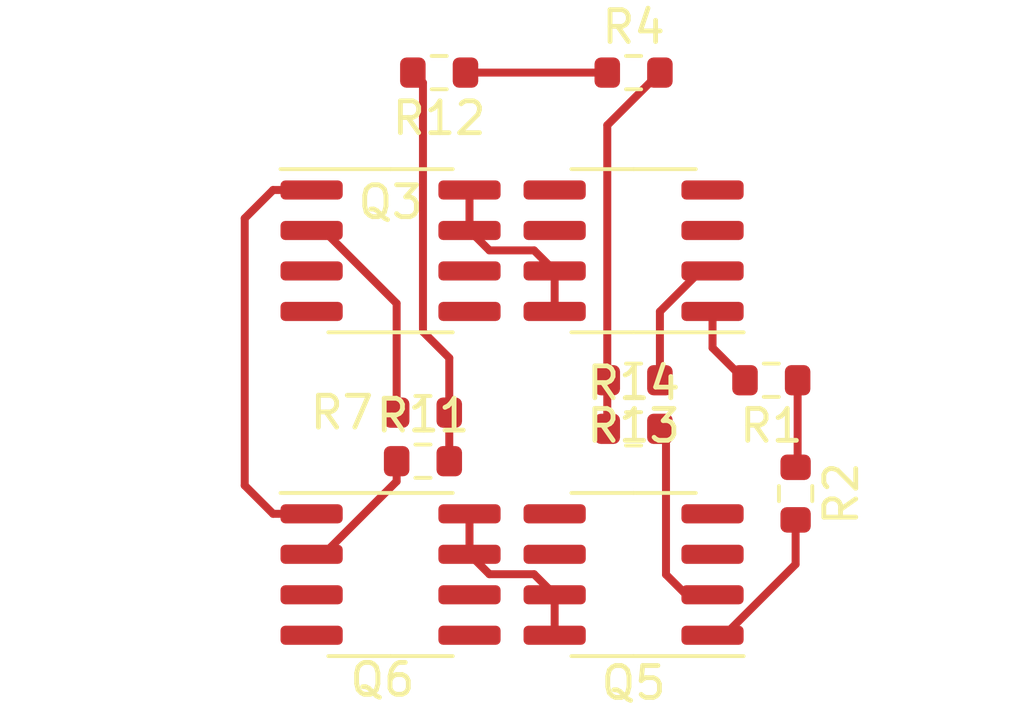
<source format=kicad_pcb>
(kicad_pcb (version 20221018) (generator pcbnew)
  (layers (0 "F.Cu" signal) (31 "B.Cu" power) (34 "B.Paste" user) (35 "F.Paste" user) (36 "B.SilkS" user "B.Silkscreen") (37 "F.SilkS" user "F.Silkscreen") (38 "B.Mask" user) (39 "F.Mask" user) (44 "Edge.Cuts" user))
  (net 0 "")
  (net 1 "Net-(Q3A-S1)")
  (net 2 "Net-(Q3A-G1)")
  (net 3 "Net-(Q3A-D1-Pad7)")
  (net 4 "Net-(Q4A-S1)")
  (net 5 "Net-(Q4A-G1)")
  (net 6 "Net-(Q5A-S1)")
  (net 7 "Net-(Q5A-G1)")
  (net 8 "Net-(Q5A-D1-Pad7)")
  (net 9 "Net-(Q6A-G1)")
  (net 10 "Net-(R1-Pad1)")
  (net 11 "GND")
  (net 12 "+5V")
  (footprint "Resistor_SMD:R_0603_1608Metric" (layer "F.Cu") (at 97.79 53.848 180)
    (fp_text reference "R1" (at 0 -1.43) (layer "F.SilkS"))
    (fp_text value "1")
    (fp_line (start -0.237258 -0.5225) (end 0.237258 -0.5225) (stroke (width 0.12)) (layer "F.SilkS"))
    (fp_line (start -0.237258 0.5225) (end 0.237258 0.5225) (stroke (width 0.12)) (layer "F.SilkS"))
    (pad "1" smd roundrect (at -0.825 0 180) (size 0.8 0.95) (layers "F.Cu" "F.Paste" "F.Mask") (net 10 "Net-(R1-Pad1)"))
    (pad "2" smd roundrect (at 0.825 0 180) (size 0.8 0.95) (layers "F.Cu" "F.Paste" "F.Mask") (net 4 "Net-(Q4A-S1)"))
  )
  (footprint "Resistor_SMD:R_0603_1608Metric" (layer "F.Cu") (at 86.868 54.864)
    (fp_text reference "R7" (at -2.54 0) (layer "F.SilkS"))
    (fp_text value "200" hide)
    (fp_line (start -0.237258 -0.5225) (end 0.237258 -0.5225) (stroke (width 0.12)) (layer "F.SilkS"))
    (fp_line (start -0.237258 0.5225) (end 0.237258 0.5225) (stroke (width 0.12)) (layer "F.SilkS"))
    (pad "1" smd roundrect (at -0.825 0) (size 0.8 0.95) (layers "F.Cu" "F.Paste" "F.Mask") (net 2 "Net-(Q3A-G1)"))
    (pad "2" smd roundrect (at 0.825 0) (size 0.8 0.95) (layers "F.Cu" "F.Paste" "F.Mask") (net 12 "+5V"))
  )
  (footprint "Resistor_SMD:R_0603_1608Metric" (layer "F.Cu") (at 98.552 57.404 -90)
    (fp_text reference "R2" (at 0 -1.43 90) (layer "F.SilkS"))
    (fp_text value "1")
    (fp_line (start -0.237258 -0.5225) (end 0.237258 -0.5225) (stroke (width 0.12)) (layer "F.SilkS"))
    (fp_line (start -0.237258 0.5225) (end 0.237258 0.5225) (stroke (width 0.12)) (layer "F.SilkS"))
    (pad "1" smd roundrect (at -0.825 0 270) (size 0.8 0.95) (layers "F.Cu" "F.Paste" "F.Mask") (net 10 "Net-(R1-Pad1)"))
    (pad "2" smd roundrect (at 0.825 0 270) (size 0.8 0.95) (layers "F.Cu" "F.Paste" "F.Mask") (net 6 "Net-(Q5A-S1)"))
  )
  (footprint "Package_SO:SOIC-8_3.9x4.9mm_P1.27mm" (layer "F.Cu") (at 85.852 59.944)
    (fp_text reference "Q6" (at -0.254 3.302) (layer "F.SilkS"))
    (fp_text value "FDS6898A" hide)
    (fp_line (start 0 -2.56) (end -3.45 -2.56) (stroke (width 0.12)) (layer "F.SilkS"))
    (fp_line (start 0 -2.56) (end 1.95 -2.56) (stroke (width 0.12)) (layer "F.SilkS"))
    (fp_line (start 0 2.56) (end -1.95 2.56) (stroke (width 0.12)) (layer "F.SilkS"))
    (fp_line (start 0 2.56) (end 1.95 2.56) (stroke (width 0.12)) (layer "F.SilkS"))
    (pad "1" smd roundrect (at -2.475 -1.905) (size 1.95 0.6) (layers "F.Cu" "F.Paste" "F.Mask") (net 1 "Net-(Q3A-S1)"))
    (pad "2" smd roundrect (at -2.475 -0.635) (size 1.95 0.6) (layers "F.Cu" "F.Paste" "F.Mask") (net 9 "Net-(Q6A-G1)"))
    (pad "3" smd roundrect (at -2.475 0.635) (size 1.95 0.6) (layers "F.Cu" "F.Paste" "F.Mask"))
    (pad "4" smd roundrect (at -2.475 1.905) (size 1.95 0.6) (layers "F.Cu" "F.Paste" "F.Mask"))
    (pad "5" smd roundrect (at 2.475 1.905) (size 1.95 0.6) (layers "F.Cu" "F.Paste" "F.Mask"))
    (pad "6" smd roundrect (at 2.475 0.635) (size 1.95 0.6) (layers "F.Cu" "F.Paste" "F.Mask"))
    (pad "7" smd roundrect (at 2.475 -0.635) (size 1.95 0.6) (layers "F.Cu" "F.Paste" "F.Mask") (net 8 "Net-(Q5A-D1-Pad7)"))
    (pad "8" smd roundrect (at 2.475 -1.905) (size 1.95 0.6) (layers "F.Cu" "F.Paste" "F.Mask") (net 8 "Net-(Q5A-D1-Pad7)"))
  )
  (footprint "Resistor_SMD:R_0603_1608Metric" (layer "F.Cu") (at 93.472 44.196)
    (fp_text reference "R4" (at 0 -1.43) (layer "F.SilkS"))
    (fp_text value "20k")
    (fp_line (start -0.237258 -0.5225) (end 0.237258 -0.5225) (stroke (width 0.12)) (layer "F.SilkS"))
    (fp_line (start -0.237258 0.5225) (end 0.237258 0.5225) (stroke (width 0.12)) (layer "F.SilkS"))
    (pad "1" smd roundrect (at -0.825 0) (size 0.8 0.95) (layers "F.Cu" "F.Paste" "F.Mask") (net 11 "GND"))
    (pad "2" smd roundrect (at 0.825 0) (size 0.8 0.95) (layers "F.Cu" "F.Paste" "F.Mask") (net 12 "+5V"))
  )
  (footprint "Package_SO:SOIC-8_3.9x4.9mm_P1.27mm" (layer "F.Cu") (at 85.852 49.784)
    (fp_text reference "Q3" (at 0 -1.524) (layer "F.SilkS"))
    (fp_text value "FDS6898A")
    (fp_line (start 0 -2.56) (end -3.45 -2.56) (stroke (width 0.12)) (layer "F.SilkS"))
    (fp_line (start 0 -2.56) (end 1.95 -2.56) (stroke (width 0.12)) (layer "F.SilkS"))
    (fp_line (start 0 2.56) (end -1.95 2.56) (stroke (width 0.12)) (layer "F.SilkS"))
    (fp_line (start 0 2.56) (end 1.95 2.56) (stroke (width 0.12)) (layer "F.SilkS"))
    (pad "1" smd roundrect (at -2.475 -1.905) (size 1.95 0.6) (layers "F.Cu" "F.Paste" "F.Mask") (net 1 "Net-(Q3A-S1)"))
    (pad "2" smd roundrect (at -2.475 -0.635) (size 1.95 0.6) (layers "F.Cu" "F.Paste" "F.Mask") (net 2 "Net-(Q3A-G1)"))
    (pad "3" smd roundrect (at -2.475 0.635) (size 1.95 0.6) (layers "F.Cu" "F.Paste" "F.Mask"))
    (pad "4" smd roundrect (at -2.475 1.905) (size 1.95 0.6) (layers "F.Cu" "F.Paste" "F.Mask"))
    (pad "5" smd roundrect (at 2.475 1.905) (size 1.95 0.6) (layers "F.Cu" "F.Paste" "F.Mask"))
    (pad "6" smd roundrect (at 2.475 0.635) (size 1.95 0.6) (layers "F.Cu" "F.Paste" "F.Mask"))
    (pad "7" smd roundrect (at 2.475 -0.635) (size 1.95 0.6) (layers "F.Cu" "F.Paste" "F.Mask") (net 3 "Net-(Q3A-D1-Pad7)"))
    (pad "8" smd roundrect (at 2.475 -1.905) (size 1.95 0.6) (layers "F.Cu" "F.Paste" "F.Mask") (net 3 "Net-(Q3A-D1-Pad7)"))
  )
  (footprint "Package_SO:SOIC-8_3.9x4.9mm_P1.27mm" (layer "F.Cu") (at 93.472 59.944 180)
    (fp_text reference "Q5" (at 0 -3.4) (layer "F.SilkS"))
    (fp_text value "FDS6898A")
    (fp_line (start 0 -2.56) (end -3.45 -2.56) (stroke (width 0.12)) (layer "F.SilkS"))
    (fp_line (start 0 -2.56) (end 1.95 -2.56) (stroke (width 0.12)) (layer "F.SilkS"))
    (fp_line (start 0 2.56) (end -1.95 2.56) (stroke (width 0.12)) (layer "F.SilkS"))
    (fp_line (start 0 2.56) (end 1.95 2.56) (stroke (width 0.12)) (layer "F.SilkS"))
    (pad "1" smd roundrect (at -2.475 -1.905 180) (size 1.95 0.6) (layers "F.Cu" "F.Paste" "F.Mask") (net 6 "Net-(Q5A-S1)"))
    (pad "2" smd roundrect (at -2.475 -0.635 180) (size 1.95 0.6) (layers "F.Cu" "F.Paste" "F.Mask") (net 7 "Net-(Q5A-G1)"))
    (pad "3" smd roundrect (at -2.475 0.635 180) (size 1.95 0.6) (layers "F.Cu" "F.Paste" "F.Mask"))
    (pad "4" smd roundrect (at -2.475 1.905 180) (size 1.95 0.6) (layers "F.Cu" "F.Paste" "F.Mask"))
    (pad "5" smd roundrect (at 2.475 1.905 180) (size 1.95 0.6) (layers "F.Cu" "F.Paste" "F.Mask"))
    (pad "6" smd roundrect (at 2.475 0.635 180) (size 1.95 0.6) (layers "F.Cu" "F.Paste" "F.Mask"))
    (pad "7" smd roundrect (at 2.475 -0.635 180) (size 1.95 0.6) (layers "F.Cu" "F.Paste" "F.Mask") (net 8 "Net-(Q5A-D1-Pad7)"))
    (pad "8" smd roundrect (at 2.475 -1.905 180) (size 1.95 0.6) (layers "F.Cu" "F.Paste" "F.Mask") (net 8 "Net-(Q5A-D1-Pad7)"))
  )
  (footprint "Resistor_SMD:R_0603_1608Metric" (layer "F.Cu") (at 86.868 56.388)
    (fp_text reference "R11" (at 0 -1.43) (layer "F.SilkS"))
    (fp_text value "200")
    (fp_line (start -0.237258 -0.5225) (end 0.237258 -0.5225) (stroke (width 0.12)) (layer "F.SilkS"))
    (fp_line (start -0.237258 0.5225) (end 0.237258 0.5225) (stroke (width 0.12)) (layer "F.SilkS"))
    (pad "1" smd roundrect (at -0.825 0) (size 0.8 0.95) (layers "F.Cu" "F.Paste" "F.Mask") (net 9 "Net-(Q6A-G1)"))
    (pad "2" smd roundrect (at 0.825 0) (size 0.8 0.95) (layers "F.Cu" "F.Paste" "F.Mask") (net 12 "+5V"))
  )
  (footprint "Package_SO:SOIC-8_3.9x4.9mm_P1.27mm" (layer "F.Cu") (at 93.472 49.784 180)
    (fp_text reference "Q4" hide)
    (fp_text value "FDS6898A")
    (fp_line (start 0 -2.56) (end -3.45 -2.56) (stroke (width 0.12)) (layer "F.SilkS"))
    (fp_line (start 0 -2.56) (end 1.95 -2.56) (stroke (width 0.12)) (layer "F.SilkS"))
    (fp_line (start 0 2.56) (end -1.95 2.56) (stroke (width 0.12)) (layer "F.SilkS"))
    (fp_line (start 0 2.56) (end 1.95 2.56) (stroke (width 0.12)) (layer "F.SilkS"))
    (pad "1" smd roundrect (at -2.475 -1.905 180) (size 1.95 0.6) (layers "F.Cu" "F.Paste" "F.Mask") (net 4 "Net-(Q4A-S1)"))
    (pad "2" smd roundrect (at -2.475 -0.635 180) (size 1.95 0.6) (layers "F.Cu" "F.Paste" "F.Mask") (net 5 "Net-(Q4A-G1)"))
    (pad "3" smd roundrect (at -2.475 0.635 180) (size 1.95 0.6) (layers "F.Cu" "F.Paste" "F.Mask"))
    (pad "4" smd roundrect (at -2.475 1.905 180) (size 1.95 0.6) (layers "F.Cu" "F.Paste" "F.Mask"))
    (pad "5" smd roundrect (at 2.475 1.905 180) (size 1.95 0.6) (layers "F.Cu" "F.Paste" "F.Mask"))
    (pad "6" smd roundrect (at 2.475 0.635 180) (size 1.95 0.6) (layers "F.Cu" "F.Paste" "F.Mask"))
    (pad "7" smd roundrect (at 2.475 -0.635 180) (size 1.95 0.6) (layers "F.Cu" "F.Paste" "F.Mask") (net 3 "Net-(Q3A-D1-Pad7)"))
    (pad "8" smd roundrect (at 2.475 -1.905 180) (size 1.95 0.6) (layers "F.Cu" "F.Paste" "F.Mask") (net 3 "Net-(Q3A-D1-Pad7)"))
  )
  (footprint "Resistor_SMD:R_0603_1608Metric" (layer "F.Cu") (at 93.472 53.848 180)
    (fp_text reference "R13" (at 0 -1.43) (layer "F.SilkS"))
    (fp_text value "200")
    (fp_line (start -0.237258 -0.5225) (end 0.237258 -0.5225) (stroke (width 0.12)) (layer "F.SilkS"))
    (fp_line (start -0.237258 0.5225) (end 0.237258 0.5225) (stroke (width 0.12)) (layer "F.SilkS"))
    (pad "1" smd roundrect (at -0.825 0 180) (size 0.8 0.95) (layers "F.Cu" "F.Paste" "F.Mask") (net 5 "Net-(Q4A-G1)"))
    (pad "2" smd roundrect (at 0.825 0 180) (size 0.8 0.95) (layers "F.Cu" "F.Paste" "F.Mask") (net 12 "+5V"))
  )
  (footprint "Resistor_SMD:R_0603_1608Metric" (layer "F.Cu") (at 93.472 55.372)
    (fp_text reference "R14" (at 0 -1.43) (layer "F.SilkS"))
    (fp_text value "200" hide)
    (fp_line (start -0.237258 -0.5225) (end 0.237258 -0.5225) (stroke (width 0.12)) (layer "F.SilkS"))
    (fp_line (start -0.237258 0.5225) (end 0.237258 0.5225) (stroke (width 0.12)) (layer "F.SilkS"))
    (pad "1" smd roundrect (at -0.825 0) (size 0.8 0.95) (layers "F.Cu" "F.Paste" "F.Mask") (net 12 "+5V"))
    (pad "2" smd roundrect (at 0.825 0) (size 0.8 0.95) (layers "F.Cu" "F.Paste" "F.Mask") (net 7 "Net-(Q5A-G1)"))
  )
  (footprint "Resistor_SMD:R_0603_1608Metric" (layer "F.Cu") (at 87.376 44.196 180)
    (fp_text reference "R12" (at 0 -1.43) (layer "F.SilkS"))
    (fp_text value "20k")
    (fp_line (start -0.237258 -0.5225) (end 0.237258 -0.5225) (stroke (width 0.12)) (layer "F.SilkS"))
    (fp_line (start -0.237258 0.5225) (end 0.237258 0.5225) (stroke (width 0.12)) (layer "F.SilkS"))
    (pad "1" smd roundrect (at -0.825 0 180) (size 0.8 0.95) (layers "F.Cu" "F.Paste" "F.Mask") (net 11 "GND"))
    (pad "2" smd roundrect (at 0.825 0 180) (size 0.8 0.95) (layers "F.Cu" "F.Paste" "F.Mask") (net 12 "+5V"))
  )
  (segment (start 81.28 57.15) (end 81.28 48.768) (width 0.25) (layer "F.Cu") (net 1))
  (segment (start 83.377 58.039) (end 82.169 58.039) (width 0.25) (layer "F.Cu") (net 1))
  (segment (start 82.169 58.039) (end 81.28 57.15) (width 0.25) (layer "F.Cu") (net 1))
  (segment (start 81.28 48.768) (end 82.169 47.879) (width 0.25) (layer "F.Cu") (net 1))
  (segment (start 82.169 47.879) (end 83.377 47.879) (width 0.25) (layer "F.Cu") (net 1))
  (segment (start 86.043 51.438249) (end 86.043 54.864) (width 0.25) (layer "F.Cu") (net 2))
  (segment (start 84.201 49.149) (end 83.377 49.149) (width 0.25) (layer "F.Cu") (net 2))
  (segment (start 83.753751 49.149) (end 86.043 51.438249) (width 0.25) (layer "F.Cu") (net 2))
  (segment (start 83.000249 49.149) (end 83.377 49.149) (width 0.25) (layer "F.Cu") (net 2))
  (segment (start 83.377 49.149) (end 83.753751 49.149) (width 0.25) (layer "F.Cu") (net 2))
  (segment (start 88.327 49.149) (end 88.327 47.879) (width 0.25) (layer "F.Cu") (net 3))
  (segment (start 90.352 49.774) (end 90.997 50.419) (width 0.25) (layer "F.Cu") (net 3))
  (segment (start 88.327 49.149) (end 88.952 49.774) (width 0.25) (layer "F.Cu") (net 3))
  (segment (start 90.997 51.689) (end 90.997 50.419) (width 0.25) (layer "F.Cu") (net 3))
  (segment (start 88.952 49.774) (end 90.352 49.774) (width 0.25) (layer "F.Cu") (net 3))
  (segment (start 95.947 52.83) (end 96.965 53.848) (width 0.25) (layer "F.Cu") (net 4))
  (segment (start 95.947 51.689) (end 96.202 51.689) (width 0.25) (layer "F.Cu") (net 4))
  (segment (start 95.947 51.689) (end 95.947 52.83) (width 0.25) (layer "F.Cu") (net 4))
  (segment (start 94.297 51.692249) (end 95.570249 50.419) (width 0.25) (layer "F.Cu") (net 5))
  (segment (start 95.570249 50.419) (end 95.947 50.419) (width 0.25) (layer "F.Cu") (net 5))
  (segment (start 94.297 53.848) (end 94.297 51.692249) (width 0.25) (layer "F.Cu") (net 5))
  (segment (start 96.323751 61.849) (end 98.552 59.620751) (width 0.25) (layer "F.Cu") (net 6))
  (segment (start 95.947 61.849) (end 96.323751 61.849) (width 0.25) (layer "F.Cu") (net 6))
  (segment (start 98.552 59.620751) (end 98.552 58.229) (width 0.25) (layer "F.Cu") (net 6))
  (segment (start 94.488 59.944) (end 94.488 55.563) (width 0.25) (layer "F.Cu") (net 7))
  (segment (start 95.947 60.579) (end 95.123 60.579) (width 0.25) (layer "F.Cu") (net 7))
  (segment (start 94.488 55.563) (end 94.297 55.372) (width 0.25) (layer "F.Cu") (net 7))
  (segment (start 95.123 60.579) (end 94.488 59.944) (width 0.25) (layer "F.Cu") (net 7))
  (segment (start 90.352 59.934) (end 90.997 60.579) (width 0.25) (layer "F.Cu") (net 8))
  (segment (start 88.327 59.309) (end 88.952 59.934) (width 0.25) (layer "F.Cu") (net 8))
  (segment (start 88.327 58.039) (end 88.327 59.309) (width 0.25) (layer "F.Cu") (net 8))
  (segment (start 90.997 60.579) (end 90.997 61.849) (width 0.25) (layer "F.Cu") (net 8))
  (segment (start 88.952 59.934) (end 90.352 59.934) (width 0.25) (layer "F.Cu") (net 8))
  (segment (start 83.753751 59.309) (end 86.043 57.019751) (width 0.25) (layer "F.Cu") (net 9))
  (segment (start 83.377 59.309) (end 83.753751 59.309) (width 0.25) (layer "F.Cu") (net 9))
  (segment (start 86.043 57.019751) (end 86.043 56.388) (width 0.25) (layer "F.Cu") (net 9))
  (segment (start 98.615 56.516) (end 98.552 56.579) (width 0.25) (layer "F.Cu") (net 10))
  (segment (start 98.615 53.848) (end 98.615 56.516) (width 0.25) (layer "F.Cu") (net 10))
  (segment (start 88.201 44.196) (end 92.647 44.196) (width 0.25) (layer "F.Cu") (net 11))
  (segment (start 87.693 56.388) (end 87.693 54.864) (width 0.25) (layer "F.Cu") (net 12))
  (segment (start 92.647 45.846) (end 92.647 53.848) (width 0.25) (layer "F.Cu") (net 12))
  (segment (start 86.868 52.324) (end 86.868 44.513) (width 0.25) (layer "F.Cu") (net 12))
  (segment (start 94.297 44.196) (end 92.647 45.846) (width 0.25) (layer "F.Cu") (net 12))
  (segment (start 87.884 55.055) (end 87.693 54.864) (width 0.25) (layer "F.Cu") (net 12))
  (segment (start 87.693 53.149) (end 86.868 52.324) (width 0.25) (layer "F.Cu") (net 12))
  (segment (start 87.693 54.864) (end 87.693 53.149) (width 0.25) (layer "F.Cu") (net 12))
  (segment (start 86.868 44.513) (end 86.551 44.196) (width 0.25) (layer "F.Cu") (net 12))
  (segment (start 92.647 53.848) (end 92.647 55.372) (width 0.25) (layer "F.Cu") (net 12))
)
</source>
